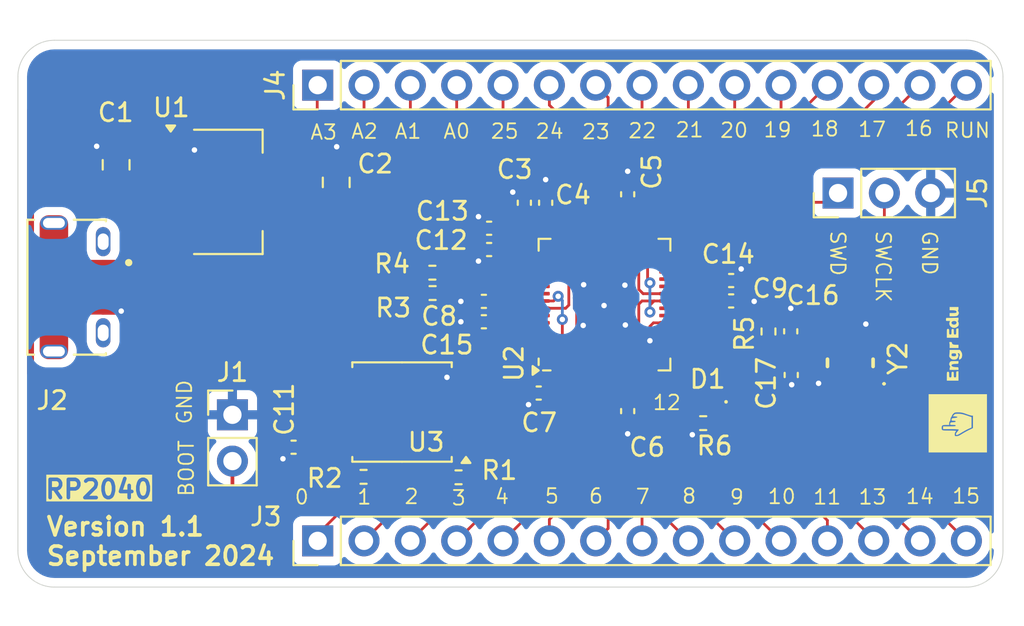
<source format=kicad_pcb>
(kicad_pcb (version 20240108) (generator "pcbnew") (generator_version "8.0")
  (layers (0 "F.Cu" signal) (31 "B.Cu" power) (34 "B.Paste" user) (35 "F.Paste" user) (36 "B.SilkS" user "B.Silkscreen") (37 "F.SilkS" user "F.Silkscreen") (38 "B.Mask" user) (39 "F.Mask" user) (44 "Edge.Cuts" user))
  (net 0 "")
  (net 1 "GND")
  (net 2 "+3.3V")
  (net 3 "+5V")
  (net 4 "/SWCLK")
  (net 5 "/SWD")
  (net 6 "+1V1")
  (net 7 "/USB_D-")
  (net 8 "/USB_D+")
  (net 16 "/QSPI_SS")
  (net 17 "/USB_BOOT")
  (net 18 "/QSPI_SD1")
  (net 19 "/QSPI_CLK")
  (net 20 "/QSPI_SD2")
  (net 21 "/QSPI_SD3")
  (net 22 "/QSPI_SD0")
  (net 23 "/MCU_USB_D+")
  (net 24 "/MCU_USB_D-")
  (net 25 "/XOUT")
  (net 26 "/XIN")
  (net 27 "/RUN")
  (net 28 "/GPIO_16")
  (net 29 "/GPIO_11")
  (net 30 "/GPIO_25")
  (net 31 "/GPIO_ADC2")
  (net 32 "/GPIO_ADC3")
  (net 33 "/GPIO_5")
  (net 34 "/GPIO_17")
  (net 35 "/GPIO_10")
  (net 36 "/GPIO_3")
  (net 37 "/GPIO_7")
  (net 38 "/GPIO_18")
  (net 39 "/GPIO_4")
  (net 40 "/GPIO_23")
  (net 41 "/GPIO_12")
  (net 42 "/GPIO_20")
  (net 43 "/GPIO_22")
  (net 44 "/GPIO_1")
  (net 45 "/GPIO_ADC0")
  (net 46 "/GPIO_8")
  (net 47 "/GPIO_24")
  (net 48 "/GPIO_6")
  (net 49 "/GPIO_0")
  (net 50 "/GPIO_2")
  (net 51 "/GPIO_13")
  (net 52 "/GPIO_14")
  (net 53 "/GPIO_21")
  (net 54 "/GPIO_19")
  (net 55 "/GPIO_ADC1")
  (net 56 "/GPIO_9")
  (net 57 "/GPIO_15")
  (net 58 "Net-(Y2-CRYSTAL_2)")
  (net 59 "Net-(D1-K)")
  (footprint "Capacitor_SMD:C_0402_1005Metric_Pad0.74x0.62mm_HandSolder" (layer "F.Cu") (at 122.9193 69.596)
    (property "Reference" "C9")
    (property "Value" "100nF")
  )
  (footprint "Connector_PinHeader_2.54mm:PinHeader_1x02_P2.54mm_Vertical" (layer "F.Cu") (at 95.5802 75.8444)
    (property "Reference" "J1")
    (property "Value" "Conn_01x02")
  )
  (footprint "Resistor_SMD:R_0402_1005Metric_Pad0.72x0.64mm_HandSolder" (layer "F.Cu") (at 106.553 69.1642 180)
    (property "Reference" "R3")
    (property "Value" "27R")
  )
  (footprint "Resistor_SMD:R_0402_1005Metric_Pad0.72x0.64mm_HandSolder" (layer "F.Cu") (at 102.7684 79.248)
    (property "Reference" "R2")
    (property "Value" "DNP")
  )
  (footprint "LED_SMD:LED_0402_1005Metric_Pad0.77x0.64mm_HandSolder" (layer "F.Cu") (at 121.3745 75.1332 180)
    (property "Reference" "D1")
    (property "Value" "LED")
  )
  (footprint "Resistor_SMD:R_0402_1005Metric_Pad0.72x0.64mm_HandSolder" (layer "F.Cu") (at 124.9654 71.2724 -90)
    (property "Reference" "R5")
    (property "Value" "1k")
  )
  (footprint "Crytal_ABM8-272-T3:Crytal_ABM8-272-T3" (layer "F.Cu") (at 129.4498 72.9926 90)
    (property "Reference" "Y2")
    (property "Value" "ABM8-272-T3" (hide yes))
  )
  (footprint "Capacitor_SMD:C_0402_1005Metric_Pad0.74x0.62mm_HandSolder" (layer "F.Cu") (at 109.6518 65.6082 180)
    (property "Reference" "C13")
    (property "Value" "1uF")
  )
  (footprint "Capacitor_SMD:C_0402_1005Metric_Pad0.74x0.62mm_HandSolder" (layer "F.Cu") (at 109.6518 66.7766)
    (property "Reference" "C12")
    (property "Value" "1uF")
  )
  (footprint "LOGO" (layer "F.Cu") (at 135.4328 73.152 90)
    (property "Reference" "G***" (hide yes))
    (property "Value" "LOGO" (hide yes))
  )
  (footprint "Resistor_SMD:R_0402_1005Metric_Pad0.72x0.64mm_HandSolder" (layer "F.Cu") (at 107.9754 79.2734 180)
    (property "Reference" "R1")
    (property "Value" "1k")
  )
  (footprint "USB_B_Micro_Amphenol:USB_B_Micro_Amphenol" (layer "F.Cu") (at 85.7936 68.8448 -90)
    (property "Reference" "J2")
    (property "Value" "USB_Micro")
  )
  (footprint "Capacitor_SMD:C_0402_1005Metric_Pad0.74x0.62mm_HandSolder" (layer "F.Cu") (at 117.2464 75.6412 -90)
    (property "Reference" "C6")
    (property "Value" "100nF")
  )
  (footprint "Capacitor_SMD:C_0402_1005Metric_Pad0.74x0.62mm_HandSolder" (layer "F.Cu") (at 117.2464 63.7453 90)
    (property "Reference" "C5")
    (property "Value" "100nF")
  )
  (footprint "Capacitor_SMD:C_0805_2012Metric_Pad1.18x1.45mm_HandSolder" (layer "F.Cu") (at 89.2048 62.1284 90)
    (property "Reference" "C1")
    (property "Value" "10uF")
  )
  (footprint "Connector_PinHeader_2.54mm:PinHeader_1x15_P2.54mm_Vertical" (layer "F.Cu") (at 100.2538 82.7596 90)
    (property "Reference" "J3")
    (property "Value" "Conn_01x15")
  )
  (footprint "Resistor_SMD:R_0402_1005Metric_Pad0.72x0.64mm_HandSolder" (layer "F.Cu") (at 121.3866 76.3016)
    (property "Reference" "R6")
    (property "Value" "1k")
  )
  (footprint "Resistor_SMD:R_0402_1005Metric_Pad0.72x0.64mm_HandSolder" (layer "F.Cu") (at 106.5404 68.0466 180)
    (property "Reference" "R4")
    (property "Value" "27R")
  )
  (footprint "Capacitor_SMD:C_0402_1005Metric_Pad0.74x0.62mm_HandSolder" (layer "F.Cu") (at 122.9193 68.4784)
    (property "Reference" "C14")
    (property "Value" "100nF")
  )
  (footprint "Capacitor_SMD:C_0402_1005Metric_Pad0.74x0.62mm_HandSolder" (layer "F.Cu") (at 111.5822 64.2112 90)
    (property "Reference" "C3")
    (property "Value" "100nF")
  )
  (footprint "Package_SO:SOIC-8_5.23x5.23mm_P1.27mm" (layer "F.Cu") (at 104.8766 75.692 180)
    (property "Reference" "U3")
    (property "Value" "W25Q128JVS")
  )
  (footprint "Capacitor_SMD:C_0402_1005Metric_Pad0.74x0.62mm_HandSolder" (layer "F.Cu") (at 98.933 77.6224 180)
    (property "Reference" "C11")
    (property "Value" "100nF")
  )
  (footprint "Package_TO_SOT_SMD:SOT-223-3_TabPin2" (layer "F.Cu") (at 95.3262 63.6137)
    (property "Reference" "U1")
    (property "Value" "NCP1117-3.3_SOT223")
  )
  (footprint "Capacitor_SMD:C_0402_1005Metric_Pad0.74x0.62mm_HandSolder" (layer "F.Cu") (at 126.2126 73.66 90)
    (property "Reference" "C17")
    (property "Value" "10pF")
  )
  (footprint "Capacitor_SMD:C_0805_2012Metric_Pad1.18x1.45mm_HandSolder" (layer "F.Cu") (at 101.2698 63.0936 90)
    (property "Reference" "C2")
    (property "Value" "10uF")
  )
  (footprint "Capacitor_SMD:C_0402_1005Metric_Pad0.74x0.62mm_HandSolder" (layer "F.Cu") (at 112.7506 64.2112 90)
    (property "Reference" "C4")
    (property "Value" "100nF")
  )
  (footprint "Capacitor_SMD:C_0402_1005Metric_Pad0.74x0.62mm_HandSolder" (layer "F.Cu") (at 109.3637 69.6214 180)
    (property "Reference" "C8")
    (property "Value" "100nF")
  )
  (footprint "Connector_PinHeader_2.54mm:PinHeader_1x03_P2.54mm_Vertical" (layer "F.Cu") (at 128.778 63.6778 90)
    (property "Reference" "J5")
    (property "Value" "SLink_Conn")
  )
  (footprint "Capacitor_SMD:C_0402_1005Metric_Pad0.74x0.62mm_HandSolder" (layer "F.Cu") (at 112.3696 74.6506 180)
    (property "Reference" "C7")
    (property "Value" "100nF")
  )
  (footprint "Package_DFN_QFN:QFN-56-1EP_7x7mm_P0.4mm_EP3.2x3.2mm" (layer "F.Cu") (at 115.9764 69.7992 90)
    (property "Reference" "U2")
    (property "Value" "RP2040")
  )
  (footprint "Capacitor_SMD:C_0402_1005Metric_Pad0.74x0.62mm_HandSolder" (layer "F.Cu") (at 126.1846 71.2637 -90)
    (property "Reference" "C16")
    (property "Value" "10pF")
  )
  (footprint "Connector_PinHeader_2.54mm:PinHeader_1x15_P2.54mm_Vertical" (layer "F.Cu") (at 100.2538 57.7596 90)
    (property "Reference" "J4")
    (property "Value" "Conn_01x15")
  )
  (footprint "Capacitor_SMD:C_0402_1005Metric_Pad0.74x0.62mm_HandSolder" (layer "F.Cu") (at 109.3637 70.739 180)
    (property "Reference" "C15")
    (property "Value" "100nF")
  )
  (gr_arc (start 135.82 55.2958) (mid 137.234214 55.881586) (end 137.82 57.2958) (stroke (width 0.05)) (layer "Edge.Cuts"))
  (gr_line (start 137.82 57.2958) (end 137.82 83.2958) (stroke (width 0.05)) (layer "Edge.Cuts"))
  (gr_arc (start 83.82 57.2958) (mid 84.405786 55.881586) (end 85.82 55.2958) (stroke (width 0.05)) (layer "Edge.Cuts"))
  (gr_line (start 135.82 85.2958) (end 85.82 85.2958) (stroke (width 0.05)) (layer "Edge.Cuts"))
  (gr_arc (start 85.82 85.2958) (mid 84.405786 84.710014) (end 83.82 83.2958) (stroke (width 0.05)) (layer "Edge.Cuts"))
  (gr_line (start 83.82 83.2958) (end 83.82 57.2958) (stroke (width 0.05)) (layer "Edge.Cuts"))
  (gr_arc (start 137.82 83.2958) (mid 137.234214 84.710014) (end 135.82 85.2958) (stroke (width 0.05)) (layer "Edge.Cuts"))
  (gr_line (start 85.82 55.2958) (end 135.82 55.2958) (stroke (width 0.05)) (layer "Edge.Cuts"))
  (gr_text "10" (at 124.8664 80.7974 0) (layer "F.SilkS") (effects (font (size 0.8 0.8) (thickness 0.1)) (justify left bottom)))
  (gr_text "25" (at 109.6772 60.7568 0) (layer "F.SilkS") (effects (font (size 0.8 0.8) (thickness 0.1)) (justify left bottom)))
  (gr_text "GND\n" (at 133.3246 65.6844 -90) (layer "F.SilkS") (effects (font (size 0.8 0.8) (thickness 0.1)) (justify left bottom)))
  (gr_text "11" (at 127.3556 80.8228 0) (layer "F.SilkS") (effects (font (size 0.8 0.8) (thickness 0.1)) (justify left bottom)))
  (gr_text "RUN" (at 134.5692 60.706 0) (layer "F.SilkS") (effects (font (size 0.8 0.8) (thickness 0.1)) (justify left bottom)))
  (gr_text "A3" (at 99.7966 60.8076 0) (layer "F.SilkS") (effects (font (size 0.8 0.8) (thickness 0.1)) (justify left bottom)))
  (gr_text "20" (at 122.2502 60.706 0) (layer "F.SilkS") (effects (font (size 0.8 0.8) (thickness 0.1)) (justify left bottom)))
  (gr_text "0" (at 98.933 80.8228 0) (layer "F.SilkS") (effects (font (size 0.8 0.8) (thickness 0.1)) (justify left bottom)))
  (gr_text "RP2040" (at 85.217 80.518 0) (layer "F.SilkS" knockout) (effects (font (size 1 1) (thickness 0.2) (bold yes)) (justify left bottom)))
  (gr_text "14" (at 132.4356 80.7974 0) (layer "F.SilkS") (effects (font (size 0.8 0.8) (thickness 0.1)) (justify left bottom)))
  (gr_text "GND" (at 93.4212 76.4286 90) (layer "F.SilkS") (effects (font (size 0.8 0.8) (thickness 0.1)) (justify left bottom)))
  (gr_text "18" (at 127.2286 60.6298 0) (layer "F.SilkS") (effects (font (size 0.8 0.8) (thickness 0.1)) (justify left bottom)))
  (gr_text "2" (at 104.9528 80.7974 0) (layer "F.SilkS") (effects (font (size 0.8 0.8) (thickness 0.1)) (justify left bottom)))
  (gr_text "23" (at 114.681 60.7822 0) (layer "F.SilkS") (effects (font (size 0.8 0.8) (thickness 0.1)) (justify left bottom)))
  (gr_text "A2" (at 102.0318 60.7568 0) (layer "F.SilkS") (effects (font (size 0.8 0.8) (thickness 0.1)) (justify left bottom)))
  (gr_text "SWCLK\n" (at 130.7846 65.6844 -90) (layer "F.SilkS") (effects (font (size 0.8 0.8) (thickness 0.1)) (justify left bottom)))
  (gr_text "13" (at 129.8448 80.8228 0) (layer "F.SilkS") (effects (font (size 0.8 0.8) (thickness 0.1)) (justify left bottom)))
  (gr_text "4" (at 109.9058 80.7974 0) (layer "F.SilkS") (effects (font (size 0.8 0.8) (thickness 0.1)) (justify left bottom)))
  (gr_text "19" (at 124.6378 60.6806 0) (layer "F.SilkS") (effects (font (size 0.8 0.8) (thickness 0.1)) (justify left bottom)))
  (gr_text "A0" (at 107.0864 60.7568 0) (layer "F.SilkS") (effects (font (size 0.8 0.8) (thickness 0.1)) (justify left bottom)))
  (gr_text "16" (at 132.3848 60.6044 0) (layer "F.SilkS") (effects (font (size 0.8 0.8) (thickness 0.1)) (justify left bottom)))
  (gr_text "8" (at 120.1674 80.772 0) (layer "F.SilkS") (effects (font (size 0.8 0.8) (thickness 0.1)) (justify left bottom)))
  (gr_text "9" (at 122.7836 80.8228 0) (layer "F.SilkS") (effects (font (size 0.8 0.8) (thickness 0.1)) (justify left bottom)))
  (gr_text "5" (at 112.649 80.772 0) (layer "F.SilkS") (effects (font (size 0.8 0.8) (thickness 0.1)) (justify left bottom)))
  (gr_text "15" (at 134.9756 80.772 0) (layer "F.SilkS") (effects (font (size 0.8 0.8) (thickness 0.1)) (justify left bottom)))
  (gr_text "BOOT" (at 93.5228 80.391 90) (layer "F.SilkS") (effects (font (size 0.8 0.8) (thickness 0.1)) (justify left bottom)))
  (gr_text "7" (at 117.6274 80.7974 0) (layer "F.SilkS") (effects (font (size 0.8 0.8) (thickness 0.1)) (justify left bottom)))
  (gr_text "3" (at 107.5436 80.8736 0) (layer "F.SilkS") (effects (font (size 0.8 0.8) (thickness 0.1)) (justify left bottom)))
  (gr_text "17" (at 129.8194 60.6552 0) (layer "F.SilkS") (effects (font (size 0.8 0.8) (thickness 0.1)) (justify left bottom)))
  (gr_text "6" (at 115.062 80.772 0) (layer "F.SilkS") (effects (font (size 0.8 0.8) (thickness 0.1)) (justify left bottom)))
  (gr_text "SWD" (at 128.2954 65.6844 -90) (layer "F.SilkS") (effects (font (size 0.8 0.8) (thickness 0.1)) (justify left bottom)))
  (gr_text "12" (at 118.5672 75.6412 0) (layer "F.SilkS") (effects (font (size 0.8 0.8) (thickness 0.1)) (justify left bottom)))
  (gr_text "22" (at 117.221 60.7314 0) (layer "F.SilkS") (effects (font (size 0.8 0.8) (thickness 0.1)) (justify left bottom)))
  (gr_text "24\n" (at 112.141 60.7568 0) (layer "F.SilkS") (effects (font (size 0.8 0.8) (thickness 0.1)) (justify left bottom)))
  (gr_text "21" (at 119.8118 60.6806 0) (layer "F.SilkS") (effects (font (size 0.8 0.8) (thickness 0.1)) (justify left bottom)))
  (gr_text "A1" (at 104.4194 60.7568 0) (layer "F.SilkS") (effects (font (size 0.8 0.8) (thickness 0.1)) (justify left bottom)))
  (gr_text "Version 1.1\nSeptember 2024" (at 85.2932 84.1756 0) (layer "F.SilkS") (effects (font (size 1 1) (thickness 0.2) (bold yes)) (justify left bottom)))
  (gr_text "1" (at 102.362 80.8228 0) (layer "F.SilkS") (effects (font (size 0.8 0.8) (thickness 0.1)) (justify left bottom)))
  (segment (start 127.7112 74.1172) (end 128.5494 74.1172) (width 0.381) (layer "F.Cu") (net 1))
  (segment (start 108.7962 69.6214) (end 108.1024 69.6214) (width 0.381) (layer "F.Cu") (net 1))
  (segment (start 111.3195 63.6437) (end 111.3028 63.627) (width 0.381) (layer "F.Cu") (net 1))
  (segment (start 111.8021 75.2769) (end 111.8108 75.2856) (width 0.381) (layer "F.Cu") (net 1))
  (segment (start 111.3028 63.627) (end 110.9472 63.627) (width 0.381) (layer "F.Cu") (net 1))
  (segment (start 101.2952 62.0307) (end 101.2698 62.0561) (width 0.381) (layer "F.Cu") (net 1))
  (segment (start 128.5494 74.1172) (end 128.5748 74.1426) (width 0.381) (layer "F.Cu") (net 1))
  (segment (start 109.0843 64.9899) (end 109.0843 65.6082) (width 0.381) (layer "F.Cu") (net 1))
  (segment (start 108.4766 73.787) (end 107.3404 73.787) (width 0.381) (layer "F.Cu") (net 1))
  (segment (start 123.4868 68.4784) (end 123.4868 67.8608) (width 0.381) (layer "F.Cu") (net 1))
  (segment (start 120.7891 76.3016) (end 120.7891 76.9354) (width 0.381) (layer "F.Cu") (net 1))
  (segment (start 108.7962 70.739) (end 108.1024 70.739) (width 0.381) (layer "F.Cu") (net 1))
  (segment (start 126.1872 70.0024) (end 126.1872 70.6936) (width 0.381) (layer "F.Cu") (net 1))
  (segment (start 124.1806 69.6214) (end 123.5122 69.6214) (width 0.381) (layer "F.Cu") (net 1))
  (segment (start 112.7506 62.9412) (end 112.7506 63.6437) (width 0.381) (layer "F.Cu") (net 1))
  (segment (start 120.7891 76.9354) (end 120.7903 76.9366) (width 0.381) (layer "F.Cu") (net 1))
  (segment (start 98.3655 77.6224) (end 98.3655 78.2407) (width 0.381) (layer "F.Cu") (net 1))
  (segment (start 111.5822 63.6437) (end 111.3195 63.6437) (width 0.381) (layer "F.Cu") (net 1))
  (segment (start 130.302 70.866) (end 130.3248 70.8888) (width 0.381) (layer "F.Cu") (net 1))
  (segment (start 117.2464 76.2087) (end 117.2464 76.8858) (width 0.381) (layer "F.Cu") (net 1))
  (segment (start 109.0843 67.3949) (end 109.0676 67.4116) (width 0.381) (layer "F.Cu") (net 1))
  (segment (start 92.1781 61.3156) (end 92.1762 61.3137) (width 0.381) (layer "F.Cu") (net 1))
  (segment (start 118.4656 70.993) (end 118.4656 71.7804) (width 0.1524) (layer "F.Cu") (net 1))
  (segment (start 123.5122 69.6214) (end 123.4868 69.596) (width 0.381) (layer "F.Cu") (net 1))
  (segment (start 123.4868 67.8608) (end 123.4694 67.8434) (width 0.381) (layer "F.Cu") (net 1))
  (segment (start 118.6594 70.7992) (end 118.4656 70.993) (width 0.1524) (layer "F.Cu") (net 1))
  (segment (start 88.4786 70.1548) (end 88.4686 70.1448) (width 0.381) (layer "F.Cu") (net 1))
  (segment (start 98.3655 78.2407) (end 98.3488 78.2574) (width 0.381) (layer "F.Cu") (net 1))
  (segment (start 89.2048 61.0909) (end 88.1595 61.0909) (width 0.381) (layer "F.Cu") (net 1))
  (segment (start 93.4974 61.3156) (end 92.1781 61.3156) (width 0.381) (layer "F.Cu") (net 1))
  (segment (start 89.4842 70.1548) (end 88.4786 70.1548) (width 0.381) (layer "F.Cu") (net 1))
  (segment (start 109.0843 66.7766) (end 109.0843 67.3949) (width 0.381) (layer "F.Cu") (net 1))
  (segment (start 119.4139 70.7992) (end 118.6594 70.7992) (width 0.1524) (layer "F.Cu") (net 1))
  (segment (start 101.2952 61.1378) (end 101.2952 62.0307) (width 0.381) (layer "F.Cu") (net 1))
  (segment (start 126.1872 70.6936) (end 126.1846 70.6962) (width 0.381) (layer "F.Cu") (net 1))
  (segment (start 117.2464 62.484) (end 117.2464 63.1778) (width 0.381) (layer "F.Cu") (net 1))
  (segment (start 130.3248 70.8888) (end 130.3248 71.8426) (width 0.381) (layer "F.Cu") (net 1))
  (segment (start 111.8021 74.6506) (end 111.8021 75.2769) (width 0.381) (layer "F.Cu") (net 1))
  (segment (start 88.1595 61.0909) (end 88.138 61.1124) (width 0.381) (layer "F.Cu") (net 1))
  (segment (start 109.0676 64.9732) (end 109.0843 64.9899) (width 0.381) (layer "F.Cu") (net 1))
  (via (at 108.1024 69.6214) (size 0.6) (drill 0.3) (layers "F.Cu" "B.Cu") (net 1))
  (via (at 115.951 69.85) (size 0.6) (drill 0.3) (layers "F.Cu" "B.Cu") (net 1))
  (via (at 88.138 61.1124) (size 0.6) (drill 0.3) (layers "F.Cu" "B.Cu") (net 1))
  (via (at 109.0676 64.9732) (size 0.6) (drill 0.3) (layers "F.Cu" "B.Cu") (net 1))
  (via (at 126.1872 70.0024) (size 0.6) (drill 0.3) (layers "F.Cu" "B.Cu") (net 1))
  (via (at 117.2464 62.484) (size 0.6) (drill 0.3) (layers "F.Cu" "B.Cu") (net 1))
  (via (at 126.238 74.1934) (size 0.6) (drill 0.3) (layers "F.Cu" "B.Cu") (net 1))
  (via (at 123.4694 67.8434) (size 0.6) (drill 0.3) (layers "F.Cu" "B.Cu") (net 1))
  (via (at 114.8334 68.707) (size 0.6) (drill 0.3) (layers "F.Cu" "B.Cu") (net 1))
  (via (at 127.7112 74.1172) (size 0.6) (drill 0.3) (layers "F.Cu" "B.Cu") (net 1))
  (via (at 107.3404 73.787) (size 0.6) (drill 0.3) (layers "F.Cu" "B.Cu") (net 1))
  (via (at 93.4974 61.3156) (size 0.6) (drill 0.3) (layers "F.Cu" "B.Cu") (net 1))
  (via (at 120.7903 76.9366) (size 0.6) (drill 0.3) (layers "F.Cu" "B.Cu") (net 1))
  (via (at 118.4656 71.7804) (size 0.6) (drill 0.3) (layers "F.Cu" "B.Cu") (net 1))
  (via (at 117.094 68.7324) (size 0.6) (drill 0.3) (layers "F.Cu" "B.Cu") (net 1))
  (via (at 117.2464 76.8858) (size 0.6) (drill 0.3) (layers "F.Cu" "B.Cu") (net 1))
  (via (at 117.1194 70.9168) (size 0.6) (drill 0.3) (layers "F.Cu" "B.Cu") (net 1))
  (via (at 101.2952 61.1378) (size 0.6) (drill 0.3) (layers "F.Cu" "B.Cu") (net 1))
  (via (at 112.7506 62.9412) (size 0.6) (drill 0.3) (layers "F.Cu" "B.Cu") (net 1))
  (via (at 110.9472 63.627) (size 0.6) (drill 0.3) (layers "F.Cu" "B.Cu") (net 1))
  (via (at 98.3488 78.2574) (size 0.6) (drill 0.3) (layers "F.Cu" "B.Cu") (net 1))
  (via (at 130.302 70.866) (size 0.6) (drill 0.3) (layers "F.Cu" "B.Cu") (net 1))
  (via (at 124.1806 69.6214) (size 0.6) (drill 0.3) (layers "F.Cu" "B.Cu") (net 1))
  (via (at 109.0676 67.4116) (size 0.6) (drill 0.3) (layers "F.Cu" "B.Cu") (net 1))
  (via (at 89.4842 70.1548) (size 0.6) (drill 0.3) (layers "F.Cu" "B.Cu") (net 1))
  (via (at 114.808 70.9422) (size 0.6) (drill 0.3) (layers "F.Cu" "B.Cu") (net 1))
  (via (at 111.8108 75.2856) (size 0.6) (drill 0.3) (layers "F.Cu" "B.Cu") (net 1))
  (via (at 108.1024 70.739) (size 0.6) (drill 0.3) (layers "F.Cu" "B.Cu") (net 1))
  (segment (start 99.4664 76.7588) (end 99.4664 77.5883) (width 0.381) (layer "F.Cu") (net 2))
  (segment (start 113.2424 67.1992) (end 116.8746 67.1992) (width 0.1524) (layer "F.Cu") (net 2))
  (segment (start 118.3386 67.437) (end 118.3386 68.4784) (width 0.1524) (layer "F.Cu") (net 2))
  (segment (start 112.9371 74.0831) (end 112.9371 74.6506) (width 0.1524) (layer "F.Cu") (net 2))
  (segment (start 113.3764 73.6438) (end 112.9371 74.0831) (width 0.1524) (layer "F.Cu") (net 2))
  (segment (start 119.4139 69.5992) (end 122.3486 69.5992) (width 0.1524) (layer "F.Cu") (net 2))
  (segment (start 116.8654 72.4154) (end 116.9764 72.5264) (width 0.1524) (layer "F.Cu") (net 2))
  (segment (start 117.2464 64.9986) (end 117.2464 64.3128) (width 0.1524) (layer "F.Cu") (net 2))
  (segment (start 110.9472 65.6082) (end 110.2193 65.6082) (width 0.1524) (layer "F.Cu") (net 2))
  (segment (start 84.5105 73.533) (end 84.8407 73.8632) (width 0.381) (layer "F.Cu") (net 2))
  (segment (start 112.5389 67.1992) (end 112.5389 67.5992) (width 0.1524) (layer "F.Cu") (net 2))
  (segment (start 116.9764 67.0974) (end 116.9764 66.3617) (width 0.1524) (layer "F.Cu") (net 2))
  (segment (start 116.9764 66.3617) (end 116.9764 65.2686) (width 0.1524) (layer "F.Cu") (net 2))
  (segment (start 113.3764 67.0652) (end 113.3764 66.3617) (width 0.1524) (layer "F.Cu") (net 2))
  (segment (start 95.758 63.6137) (end 95.3516 63.2073) (width 0.381) (layer "F.Cu") (net 2))
  (segment (start 94.3356 58.0136) (end 85.6488 58.0136) (width 0.381) (layer "F.Cu") (net 2))
  (segment (start 116.9764 72.5264) (end 116.9764 73.2367) (width 0.1524) (layer "F.Cu") (net 2))
  (segment (start 111.8524 67.1992) (end 111.5822 66.929) (width 0.1524) (layer "F.Cu") (net 2))
  (segment (start 113.665 70.612) (end 113.665 72.2884) (width 0.1524) (layer "F.Cu") (net 2))
  (segment (start 116.8746 67.1992) (end 116.9764 67.0974) (width 0.1524) (layer "F.Cu") (net 2))
  (segment (start 93.218 72.2376) (end 97.6122 72.2376) (width 0.381) (layer "F.Cu") (net 2))
  (segment (start 85.6488 58.0136) (end 84.5105 59.1519) (width 0.381) (layer "F.Cu") (net 2))
  (segment (start 118.1008 67.1992) (end 118.3386 67.437) (width 0.1524) (layer "F.Cu") (net 2))
  (segment (start 117.856 72.1614) (end 117.602 72.4154) (width 0.1524) (layer "F.Cu") (net 2))
  (segment (start 113.665 72.2884) (end 113.538 72.4154) (width 0.1524) (layer "F.Cu") (net 2))
  (segment (start 111.5822 66.929) (end 111.5822 64.7787) (width 0.1524) (layer "F.Cu") (net 2))
  (segment (start 111.2266 65.8876) (end 110.9472 65.6082) (width 0.1524) (layer "F.Cu") (net 2))
  (segment (start 84.8407 73.8632) (end 91.5924 73.8632) (width 0.381) (layer "F.Cu") (net 2))
  (segment (start 109.7495 64.1311) (end 110.2106 64.5922) (width 0.381) (layer "F.Cu") (net 2))
  (segment (start 112.5389 69.1992) (end 112.5389 69.5992) (width 0.1524) (layer "F.Cu") (net 2))
  (segment (start 113.3764 73.2367) (end 113.3764 73.6438) (width 0.1524) (layer "F.Cu") (net 2))
  (segment (start 102.1963 78.1171) (end 102.1963 79.2226) (width 0.2032) (layer "F.Cu") (net 2))
  (segment (start 112.8945 66.3617) (end 113.3748 66.3617) (width 0.2032) (layer "F.Cu") (net 2))
  (segment (start 113.3764 72.577) (end 113.538 72.4154) (width 0.1524) (layer "F.Cu") (net 2))
  (segment (start 98.4504 75.7428) (end 99.4664 76.7588) (width 0.381) (layer "F.Cu") (net 2))
  (segment (start 112.7506 66.2178) (end 112.8945 66.3617) (width 0.2032) (layer "F.Cu") (net 2))
  (segment (start 119.4139 69.5992) (end 118.6942 69.5992) (width 0.1524) (layer "F.Cu") (net 2))
  (segment (start 110.2106 65.5995) (end 110.2193 65.6082) (width 0.381) (layer "F.Cu") (net 2))
  (segment (start 117.2464 75.0737) (end 117.2464 74.5236) (width 0.1524) (layer "F.Cu") (net 2))
  (segment (start 111.2266 67.0814) (end 111.2266 65.8876) (width 0.1524) (layer "F.Cu") (net 2))
  (segment (start 117.856 69.7738) (end 117.856 72.1614) (width 0.1524) (layer "F.Cu") (net 2))
  (segment (start 112.7506 64.7787) (end 112.7506 66.2178) (width 0.2032) (layer "F.Cu") (net 2))
  (segment (start 118.3386 68.4784) (end 118.4656 68.6054) (width 0.1524) (layer "F.Cu") (net 2))
  (segment (start 101.2766 77.597) (end 101.6762 77.597) (width 0.2032) (layer "F.Cu") (net 2))
  (segment (start 101.2698 64.1311) (end 98.9936 64.1311) (width 0.381) (layer "F.Cu") (net 2))
  (segment (start 101.2698 64.1311) (end 109.7495 64.1311) (width 0.381) (layer "F.Cu") (net 2))
  (segment (start 112.5389 67.1992) (end 113.2424 67.1992) (width 0.1524) (layer "F.Cu") (net 2))
  (segment (start 102.1963 79.2226) (end 102.1709 79.248) (width 0.2032) (layer "F.Cu") (net 2))
  (segment (start 116.8746 67.1992) (end 118.1008 67.1992) (width 0.1524) (layer "F.Cu") (net 2))
  (segment (start 84.5105 59.1519) (end 84.5105 73.533) (width 0.381) (layer "F.Cu") (net 2))
  (segment (start 99.5259 77.597) (end 99.5005 77.6224) (width 0.2032) (layer "F.Cu") (net 2))
  (segment (start 98.9936 64.1311) (end 98.4762 63.6137) (width 0.381) (layer "F.Cu") (net 2))
  (segment (start 118.4656 70.2056) (end 118.4656 69.8278) (width 0.1524) (layer "F.Cu") (net 2))
  (segment (start 113.2424 67.1992) (end 113.3764 67.0652) (width 0.1524) (layer "F.Cu") (net 2))
  (segment (start 110.2106 64.5922) (end 110.2106 65.5995) (width 0.381) (layer "F.Cu") (net 2))
  (segment (start 112.5389 69.5992) (end 109.9534 69.5992) (width 0.1524) (layer "F.Cu") (net 2))
  (segment (start 92.1762 63.6137) (end 98.4762 63.6137) (width 0.381) (layer "F.Cu") (net 2))
  (segment (start 116.9764 74.2536) (end 116.9764 73.2367) (width 0.1524) (layer "F.Cu") (net 2))
  (segment (start 112.5389 67.5992) (end 111.7444 67.5992) (width 0.1524) (layer "F.Cu") (net 2))
  (segment (start 117.2464 74.5236) (end 116.9764 74.2536) (width 0.1524) (layer "F.Cu") (net 2))
  (segment (start 116.9764 65.2686) (end 117.2464 64.9986) (width 0.1524) (layer "F.Cu") (net 2))
  (segment (start 97.6122 72.2376) (end 98.4504 73.0758) (width 0.381) (layer "F.Cu") (net 2))
  (segment (start 99.4664 77.5883) (end 99.5005 77.6224) (width 0.381) (layer "F.Cu") (net 2))
  (segment (start 112.5389 69.5992) (end 113.1792 69.5992) (width 0.1524) (layer "F.Cu") (net 2))
  (segment (start 118.6942 69.5992) (end 118.0306 69.5992) (width 0.1524) (layer "F.Cu") (net 2))
  (segment (start 117.602 72.4154) (end 116.8654 72.4154) (width 0.1524) (layer "F.Cu") (net 2))
  (segment (start 109.9534 69.5992) (end 109.9312 69.6214) (width 0.1524) (layer "F.Cu") (net 2))
  (segment (start 113.538 72.4154) (end 116.8654 72.4154) (width 0.1524) (layer "F.Cu") (net 2))
  (segment (start 95.3516 59.0296) (end 94.3356 58.0136) (width 0.381) (layer "F.Cu") (net 2))
  (segment (start 91.5924 73.8632) (end 93.218 72.2376) (width 0.381) (layer "F.Cu") (net 2))
  (segment (start 101.6762 77.597) (end 102.1963 78.1171) (width 0.2032) (layer "F.Cu") (net 2))
  (segment (start 113.3764 73.2367) (end 113.3764 72.577) (width 0.1524) (layer "F.Cu") (net 2))
  (segment (start 98.4504 73.0758) (end 98.4504 75.7428) (width 0.381) (layer "F.Cu") (net 2))
  (segment (start 112.5389 67.1992) (end 111.8524 67.1992) (width 0.1524) (layer "F.Cu") (net 2))
  (segment (start 122.3486 69.5992) (end 122.3518 69.596) (width 0.1524) (layer "F.Cu") (net 2))
  (segment (start 111.7444 67.5992) (end 111.2266 67.0814) (width 0.1524) (layer "F.Cu") (net 2))
  (segment (start 118.4656 69.8278) (end 118.6942 69.5992) (width 0.1524) (layer "F.Cu") (net 2))
  (segment (start 101.2766 77.597) (end 99.5259 77.597) (width 0.2032) (layer "F.Cu") (net 2))
  (segment (start 95.3516 63.2073) (end 95.3516 59.0296) (width 0.381) (layer "F.Cu") (net 2))
  (segment (start 113.1792 69.5992) (end 113.4364 69.342) (width 0.1524) (layer "F.Cu") (net 2))
  (segment (start 118.0306 69.5992) (end 117.856 69.7738) (width 0.1524) (layer "F.Cu") (net 2))
  (via (at 118.4656 68.6054) (size 0.6) (drill 0.3) (layers "F.Cu" "B.Cu") (net 2))
  (via (at 113.4364 69.342) (size 0.6) (drill 0.3) (layers "F.Cu" "B.Cu") (net 2))
  (via (at 113.665 70.612) (size 0.6) (drill 0.3) (layers "F.Cu" "B.Cu") (net 2))
  (via (at 118.4656 70.2056) (size 0.6) (drill 0.3) (layers "F.Cu" "B.Cu") (net 2))
  (segment (start 113.4364 69.342) (end 113.665 69.5706) (width 0.1524) (layer "B.Cu") (net 2))
  (segment (start 118.4656 68.6054) (end 118.4656 70.2056) (width 0.1524) (layer "B.Cu") (net 2))
  (segment (start 113.665 69.5706) (end 113.665 70.612) (width 0.1524) (layer "B.Cu") (net 2))
  (segment (start 92.1766 67.056) (end 92.1762 67.0556) (width 0.381) (layer "F.Cu") (net 3))
  (segment (start 89.3572 63.3183) (end 89.2048 63.1659) (width 0.381) (layer "F.Cu") (net 3))
  (segment (start 92.1762 65.9137) (end 90.6533 65.9137) (width 0.381) (layer "F.Cu") (net 3))
  (segment (start 92.1762 67.0556) (end 92.1762 65.9137) (width 0.381) (layer "F.Cu") (net 3))
  (segment (start 90.6533 65.9137) (end 89.3572 64.6176) (width 0.381) (layer "F.Cu") (net 3))
  (segment (start 91.6878 67.5448) (end 92.1766 67.056) (width 0.381) (layer "F.Cu") (net 3))
  (segment (start 89.3572 64.6176) (end 89.3572 63.3183) (width 0.381) (layer "F.Cu") (net 3))
  (segment (start 88.4686 67.5448) (end 91.6878 67.5448) (width 0.381) (layer "F.Cu") (net 3))
  (segment (start 121.5644 67.691) (end 121.8438 67.691) (width 0.1524) (layer "F.Cu") (net 4))
  (segment (start 131.318 64.9986) (end 131.318 63.6778) (width 0.1524) (layer "F.Cu") (net 4))
  (segment (start 119.4139 68.7992) (end 120.4562 68.7992) (width 0.1524) (layer "F.Cu") (net 4))
  (segment (start 121.8438 67.691) (end 123.444 66.0908) (width 0.1524) (layer "F.Cu") (net 4))
  (segment (start 130.2258 66.0908) (end 131.318 64.9986) (width 0.1524) (layer "F.Cu") (net 4))
  (segment (start 120.4562 68.7992) (end 121.5644 67.691) (width 0.1524) (layer "F.Cu") (net 4))
  (segment (start 123.444 66.0908) (end 130.2258 66.0908) (width 0.1524) (layer "F.Cu") (net 4))
  (segment (start 119.4139 68.3992) (end 120.2974 68.3992) (width 0.1524) (layer "F.Cu") (net 5))
  (segment (start 120.2974 68.3992) (end 124.5108 64.1858) (width 0.1524) (layer "F.Cu") (net 5))
  (segment (start 128.27 64.1858) (end 128.778 63.6778) (width 0.1524) (layer "F.Cu") (net 5))
  (segment (start 124.5108 64.1858) (end 128.27 64.1858) (width 0.1524) (layer "F.Cu") (net 5))
  (segment (start 118.0942 69.1992) (end 119.4139 69.1992) (width 0.1524) (layer "F.Cu") (net 6))
  (segment (start 114.0206 68.1736) (end 113.8462 67.9992) (width 0.1524) (layer "F.Cu") (net 6))
  (segment (start 120.7674 69.1992) (end 121.4882 68.4784) (width 0.1524) (layer "F.Cu") (net 6))
  (segment (start 110.6678 70.739) (end 109.9312 70.739) (width 0.1524) (layer "F.Cu") (net 6))
  (segment (start 114.2238 67.8688) (end 117.7544 67.8688) (width 0.1524) (layer "F.Cu") (net 6))
  (segment (start 112.5389 69.9992) (end 111.0266 69.9992) (width 0.1524) (layer "F.Cu") (net 6))
  (segment (start 112.5389 67.9992) (end 110.7982 67.9992) (width 0.1524) (layer "F.Cu") (net 6))
  (segment (start 117.7544 67.8688) (end 117.856 67.9704) (width 0.1524) (layer "F.Cu") (net 6))
  (segment (start 110.7694 70.2564) (end 110.7694 70.6374) (width 0.1524) (layer "F.Cu") (net 6))
  (segment (start 117.856 67.9704) (end 117.856 68.961) (width 0.1524) (layer "F.Cu") (net 6))
  (segment (start 113.8462 67.9992) (end 112.5389 67.9992) (width 0.1524) (layer "F.Cu") (net 6))
  (segment (start 112.5389 69.9992) (end 113.846 69.9992) (width 0.1524) (layer "F.Cu") (net 6))
  (segment (start 119.4139 69.1992) (end 120.7674 69.1992) (width 0.1524) (layer "F.Cu") (net 6))
  (segment (start 110.2106 67.4116) (end 110.2193 67.4029) (width 0.1524) (layer "F.Cu") (net 6))
  (segment (start 117.856 68.961) (end 118.0942 69.1992) (width 0.1524) (layer "F.Cu") (net 6))
  (segment (start 111.0266 69.9992) (end 110.7694 70.2564) (width 0.1524) (layer "F.Cu") (net 6))
  (segment (start 114.0206 68.1736) (end 114.0206 68.072) (width 0.1524) (layer "F.Cu") (net 6))
  (segment (start 121.4882 68.4784) (end 122.3518 68.4784) (width 0.1524) (layer "F.Cu") (net 6))
  (segment (start 110.2193 67.4029) (end 110.2193 66.7766) (width 0.1524) (layer "F.Cu") (net 6))
  (segment (start 114.0206 68.072) (end 114.2238 67.8688) (width 0.1524) (layer "F.Cu") (net 6))
  (segment (start 110.7982 67.9992) (end 110.2106 67.4116) (width 0.1524) (layer "F.Cu") (net 6))
  (segment (start 113.846 69.9992) (end 114.0206 69.8246) (width 0.1524) (layer "F.Cu") (net 6))
  (segment (start 110.7694 70.6374) (end 110.6678 70.739) (width 0.1524) (layer "F.Cu") (net 6))
  (segment (start 114.0206 69.8246) (end 114.0206 68.1736) (width 0.1524) (layer "F.Cu") (net 6))
  (segment (start 105.615401 68.374099) (end 105.9429 68.0466) (width 0.2) (layer "F.Cu") (net 7))
  (segment (start 89.581101 68.2948) (end 104.751238 68.2948) (width 0.2) (layer "F.Cu") (net 7))
  (segment (start 104.751238 68.2948) (end 104.830537 68.374099) (width 0.2) (layer "F.Cu") (net 7))
  (segment (start 89.481101 68.1948) (end 89.581101 68.2948) (width 0.2) (layer "F.Cu") (net 7))
  (segment (start 104.830537 68.374099) (end 105.615401 68.374099) (width 0.2) (layer "F.Cu") (net 7))
  (segment (start 88.4686 68.1948) (end 89.481101 68.1948) (width 0.2) (layer "F.Cu") (net 7))
  (segment (start 88.4686 68.8448) (end 89.481101 68.8448) (width 0.2) (layer "F.Cu") (net 8))
  (segment (start 89.581101 68.7448) (end 104.5718 68.7448) (width 0.2) (layer "F.Cu") (net 8))
  (segment (start 105.615401 68.824101) (end 105.9555 69.1642) (width 0.2) (layer "F.Cu") (net 8))
  (segment (start 89.481101 68.8448) (end 89.581101 68.7448) (width 0.2) (layer "F.Cu") (net 8))
  (segment (start 104.651101 68.824101) (end 105.615401 68.824101) (width 0.2) (layer "F.Cu") (net 8))
  (segment (start 104.5718 68.7448) (end 104.651101 68.824101) (width 0.2) (layer "F.Cu") (net 8))
  (segment (start 103.3913 78.4727) (end 103.3913 79.2226) (width 0.2032) (layer "F.Cu") (net 16))
  (segment (start 103.3913 78.4727) (end 104.2162 77.6478) (width 0.2032) (layer "F.Cu") (net 16))
  (segment (start 112.03284 72.3992) (end 110.998 73.43404) (width 0.1524) (layer "F.Cu") (net 16))
  (segment (start 104.2162 77.6478) (end 108.4258 77.6478) (width 0.2032) (layer "F.Cu") (net 16))
  (segment (start 108.5729 77.6933) (end 108.5729 79.2734) (width 0.1524) (layer "F.Cu") (net 16))
  (segment (start 103.3913 79.2226) (end 103.3659 79.248) (width 0.2032) (layer "F.Cu") (net 16))
  (segment (start 108.4258 77.6478) (end 108.4766 77.597) (width 0.2032) (layer "F.Cu") (net 16))
  (segment (start 110.998 77.216) (end 110.617 77.597) (width 0.1524) (layer "F.Cu") (net 16))
  (segment (start 112.5389 72.3992) (end 112.03284 72.3992) (width 0.1524) (layer "F.Cu") (net 16))
  (segment (start 108.4766 77.597) (end 108.5729 77.6933) (width 0.1524) (layer "F.Cu") (net 16))
  (segment (start 110.617 77.597) (end 108.4766 77.597) (width 0.1524) (layer "F.Cu") (net 16))
  (segment (start 110.998 73.43404) (end 110.998 77.216) (width 0.1524) (layer "F.Cu") (net 16))
  (segment (start 106.0196 79.2734) (end 107.3779 79.2734) (width 0.2032) (layer "F.Cu") (net 17))
  (segment (start 95.5802 78.3844) (end 95.5802 79.8068) (width 0.2032) (layer "F.Cu") (net 17))
  (segment (start 96.139 80.3656) (end 104.9274 80.3656) (width 0.2032) (layer "F.Cu") (net 17))
  (segment (start 104.9274 80.3656) (end 106.0196 79.2734) (width 0.2032) (layer "F.Cu") (net 17))
  (segment (start 95.5802 79.8068) (end 96.139 80.3656) (width 0.2032) (layer "F.Cu") (net 17))
  (segment (start 110.5884 73.345272) (end 110.5884 75.8222) (width 0.1524) (layer "F.Cu") (net 18))
  (segment (start 111.934472 71.9992) (end 110.5884 73.345272) (width 0.1524) (layer "F.Cu") (net 18))
  (segment (start 110.109 76.3016) (end 108.502 76.3016) (width 0.1524) (layer "F.Cu") (net 18))
  (segment (start 108.502 76.3016) (end 108.4766 76.327) (width 0.1524) (layer "F.Cu") (net 18))
  (segment (start 110.5884 75.8222) (end 110.109 76.3016) (width 0.1524) (layer "F.Cu") (net 18))
  (segment (start 112.5389 71.9992) (end 111.934472 71.9992) (width 0.1524) (layer "F.Cu") (net 18))
  (segment (start 101.2766 75.057) (end 100.2538 75.057) (width 0.1524) (layer "F.Cu") (net 19))
  (segment (start 100.2538 75.057) (end 100.0252 74.8284) (width 0.1524) (layer "F.Cu") (net 19))
  (segment (start 100.0252 74.8284) (end 100.0252 72.4916) (width 0.1524) (layer "F.Cu") (net 19))
  (segment (start 100.0252 72.4916) (end 100.6602 71.8566) (width 0.1524) (layer "F.Cu") (net 19))
  (segment (start 110.581968 71.8566) (end 111.639368 70.7992) (width 0.1524) (layer "F.Cu") (net 19))
  (segment (start 111.639368 70.7992) (end 112.5389 70.7992) (width 0.1524) (layer "F.Cu") (net 19))
  (segment (start 100.6602 71.8566) (end 110.581968 71.8566) (width 0.1524) (layer "F.Cu") (net 19))
  (segment (start 109.9566 75.057) (end 108.4766 75.057) (width 0.1524) (layer "F.Cu") (net 20))
  (segment (start 110.236 74.7776) (end 109.9566 75.057) (width 0.1524) (layer "F.Cu") (net 20))
  (segment (start 112.5389 71.5992) (end 111.836104 71.5992) (width 0.1524) (layer "F.Cu") (net 20))
  (segment (start 110.236 73.199304) (end 110.236 74.7776) (width 0.1524) (layer "F.Cu") (net 20))
  (segment (start 111.836104 71.5992) (end 110.236 73.199304) (width 0.1524) (layer "F.Cu") (net 20))
  (segment (start 99.6442 72.263) (end 100.4062 71.501) (width 0.1524) (layer "F.Cu") (net 21))
  (segment (start 100.4062 71.501) (end 110.4392 71.501) (width 0.1524) (layer "F.Cu") (net 21))
  (segment (start 100.2284 76.327) (end 99.6442 75.7428) (width 0.1524) (layer "F.Cu") (net 21))
  (segment (start 99.6442 75.7428) (end 99.6442 72.263) (width 0.1524) (layer "F.Cu") (net 21))
  (segment (start 101.2766 76.327) (end 100.2284 76.327) (width 0.1524) (layer "F.Cu") (net 21))
  (segment (start 110.4392 71.501) (end 111.541 70.3992) (width 0.1524) (layer "F.Cu") (net 21))
  (segment (start 111.541 70.3992) (end 112.5389 70.3992) (width 0.1524) (layer "F.Cu") (net 21))
  (segment (start 110.724736 72.2122) (end 103.0732 72.2122) (width 0.1524) (layer "F.Cu") (net 22))
  (segment (start 102.87 72.4154) (end 102.87 73.533) (width 0.1524) (layer "F.Cu") (net 22))
  (segment (start 111.737736 71.1992) (end 110.724736 72.2122) (width 0.1524) (layer "F.Cu") (net 22))
  (segment (start 102.616 73.787) (end 101.2766 73.787) (width 0.1524) (layer "F.Cu") (net 22))
  (segment (start 102.87 73.533) (end 102.616 73.787) (width 0.1524) (layer "F.Cu") (net 22))
  (segment (start 103.0732 72.2122) (end 102.87 72.4154) (width 0.1524) (layer "F.Cu") (net 22))
  (segment (start 112.5389 71.1992) (end 111.737736 71.1992) (width 0.1524) (layer "F.Cu") (net 22))
  (segment (start 107.5018 68.8129) (end 107.1505 69.1642) (width 0.1524) (layer "F.Cu") (net 23))
  (segment (start 108.7394 68.8086) (end 108.7374 68.8066) (width 0.1524) (layer "F.Cu") (net 23))
  (segment (start 111.363 68.7992) (end 111.3536 68.8086) (width 0.1524) (layer "F.Cu") (net 23))
  (segment (start 112.5389 68.7992) (end 111.363 68.7992) (width 0.1524) (layer "F.Cu") (net 23))
  (segment (start 107.9246 68.8066) (end 107.9183 68.8129) (width 0.1524) (layer "F.Cu") (net 23))
  (segment (start 107.9183 68.8129) (end 107.5018 68.8129) (width 0.1524) (layer "F.Cu") (net 23))
  (segment (start 108.7374 68.8066) (end 107.9246 68.8066) (width 0.1524) (layer "F.Cu") (net 23))
  (segment (start 111.3536 68.8086) (end 108.7394 68.8086) (width 0.1524) (layer "F.Cu") (net 23))
  (segment (start 111.3312 68.3992) (end 111.3282 68.4022) (width 0.1524) (layer "F.Cu") (net 24))
  (segment (start 107.77061 68.4042) (end 107.76431 68.4105) (width 0.1524) (layer "F.Cu") (net 24))
  (segment (start 107.76431 68.4105) (end 107.5018 68.4105) (width 0.1524) (layer "F.Cu") (net 24))
  (segment (start 111.3282 68.4022) (end 108.7394 68.4022) (width 0.1524) (layer "F.Cu") (net 24))
  (segment (start 108.7374 68.4042) (end 107.77061 68.4042) (width 0.1524) (layer "F.Cu") (net 24))
  (segment (start 107.5018 68.4105) (end 107.1379 68.0466) (width 0.1524) (layer "F.Cu") (net 24))
  (segment (start 108.7394 68.4022) (end 108.7374 68.4042) (width 0.1524) (layer "F.Cu") (net 24))
  (segment (start 112.5389 68.3992) (end 111.3312 68.3992) (width 0.1524) (layer "F.Cu") (net 24))
  (segment (start 124.8771 70.5866) (end 124.9654 70.6749) (width 0.1524) (layer "F.Cu") (net 25))
  (segment (start 121.0278 69.9992) (end 121.6152 70.5866) (width 0.1524) (layer "F.Cu") (net 25))
  (segment (start 121.6152 70.5866) (end 124.8771 70.5866) (width 0.1524) (layer "F.Cu") (net 25))
  (segment (start 119.4139 69.9992) (end 121.0278 69.9992) (width 0.1524) (layer "F.Cu") (net 25))
  (segment (start 126.2213 73.1012) (end 126.2126 73.0925) (width 0.1524) (layer "F.Cu") (net 26))
  (segment (start 123.2575 73.0925) (end 126.2126 73.0925) (width 0.1524) (layer "F.Cu") (net 26))
  (segment (start 130.3248 74.1426) (end 130.3248 73.505) (width 0.1524) (layer "F.Cu") (net 26))
  (segment (start 120.5642 70.3992) (end 123.2575 73.0925) (width 0.1524) (layer "F.Cu") (net 26))
  (segment (start 119.4139 70.3992) (end 120.5642 70.3992) (width 0.1524) (layer "F.Cu") (net 26))
  (segment (start 129.921 73.1012) (end 126.2213 73.1012) (width 0.1524) (layer "F.Cu") (net 26))
  (segment (start 130.3248 73.505) (end 129.921 73.1012) (width 0.1524) (layer "F.Cu") (net 26))
  (segment (start 125.9078 63.3222) (end 127.4826 61.7474) (width 0.1524) (layer "F.Cu") (net 27))
  (segment (start 124.1044 63.3222) (end 125.9078 63.3222) (width 0.1524) (layer "F.Cu") (net 27))
  (segment (start 120.7008 67.4624) (end 120.7008 66.7258) (width 0.1524) (layer "F.Cu") (net 27))
  (segment (start 133.0706 60.5028) (end 135.8138 57.7596) (width 0.1524) (layer "F.Cu") (net 27))
  (segment (start 132.2578 60.5028) (end 133.0706 60.5028) (width 0.1524) (layer "F.Cu") (net 27))
  (segment (start 119.4139 67.9992) (end 120.164 67.9992) (width 0.1524) (layer "F.Cu") (net 27))
  (segment (start 120.7008 66.7258) (end 124.1044 63.3222) (width 0.1524) (layer "F.Cu") (net 27))
  (segment (start 120.164 67.9992) (end 120.7008 67.4624) (width 0.1524) (layer "F.Cu") (net 27))
  (segment (start 127.4826 61.7474) (end 131.0132 61.7474) (width 0.1524) (layer "F.Cu") (net 27))
  (segment (start 131.0132 61.7474) (end 132.2578 60.5028) (width 0.1524) (layer "F.Cu") (net 27))
  (segment (start 124.333 62.5348) (end 125.7554 62.5348) (width 0.1524) (layer "F.Cu") (net 28))
  (segment (start 125.7554 62.5348) (end 127.3302 60.96) (width 0.1524) (layer "F.Cu") (net 28))
  (segment (start 127.3302 60.96) (end 130.0734 60.96) (width 0.1524) (layer "F.Cu") (net 28))
  (segment (start 120.2436 66.6242) (end 124.333 62.5348) (width 0.1524) (layer "F.Cu") (net 28))
  (segment (start 120.2436 67.3354) (end 120.2436 66.6242) (width 0.1524) (layer "F.Cu") (net 28))
  (segment (start 130.0734 60.96) (end 133.2738 57.7596) (width 0.1524) (layer "F.Cu") (net 28))
  (segment (start 119.4139 67.5992) (end 119.9798 67.5992) (width 0.1524) (layer "F.Cu") (net 28))
  (segment (start 119.9798 67.5992) (end 120.2436 67.3354) (width 0.1524) (layer "F.Cu") (net 28))
  (segment (start 119.2022 76.2254) (end 121.8692 78.8924) (width 0.1524) (layer "F.Cu") (net 29))
  (segment (start 125.4506 78.8924) (end 128.1938 81.6356) (width 0.1524) (layer "F.Cu") (net 29))
  (segment (start 119.2022 75.3872) (end 119.2022 76.2254) (width 0.1524) (layer "F.Cu") (net 29))
  (segment (start 118.9313 73.2367) (end 119.1768 73.4822) (width 0.1524) (layer "F.Cu") (net 29))
  (segment (start 119.1768 73.4822) (end 119.1768 75.3618) (width 0.1524) (layer "F.Cu") (net 29))
  (segment (start 128.1938 81.6356) (end 128.1938 82.7596) (width 0.1524) (layer "F.Cu") (net 29))
  (segment (start 119.1768 75.3618) (end 119.2022 75.3872) (width 0.1524) (layer "F.Cu") (net 29))
  (segment (start 118.5764 73.2367) (end 118.9313 73.2367) (width 0.1524) (layer "F.Cu") (net 29))
  (segment (start 121.8692 78.8924) (end 125.4506 78.8924) (width 0.1524) (layer "F.Cu") (net 29))
  (segment (start 111.2774 60.2488) (end 110.4138 59.3852) (width 0.1524) (layer "F.Cu") (net 30))
  (segment (start 113.6142 60.2488) (end 111.2774 60.2488) (width 0.1524) (layer "F.Cu") (net 30))
  (segment (start 115.3764 62.011) (end 113.6142 60.2488) (width 0.1524) (layer "F.Cu") (net 30))
  (segment (start 115.3764 66.3617) (end 115.3764 62.011) (width 0.1524) (layer "F.Cu") (net 30))
  (segment (start 110.4138 59.3852) (end 110.4138 57.7596) (width 0.1524) (layer "F.Cu") (net 30))
  (segment (start 105.1814 61.7982) (end 102.7938 59.4106) (width 0.1524) (layer "F.Cu") (net 31))
  (segment (start 114.1764 62.6398) (end 113.3348 61.7982) (width 0.1524) (layer "F.Cu") (net 31))
  (segment (start 102.7938 59.4106) (end 102.7938 57.7596) (width 0.1524) (layer "F.Cu") (net 31))
  (segment (start 114.1764 66.3617) (end 114.1764 62.6398) (width 0.1524) (layer "F.Cu") (net 31))
  (segment (start 113.3348 61.7982) (end 105.1814 61.7982) (width 0.1524) (layer "F.Cu") (net 31))
  (segment (start 113.284 62.3062) (end 104.1908 62.3062) (width 0.1524) (layer "F.Cu") (net 32))
  (segment (start 100.2284 59.7154) (end 100.2284 57.785) (width 0.1524) (layer "F.Cu") (net 32))
  (segment (start 113.7764 62.7986) (end 113.284 62.3062) (width 0.1524) (layer "F.Cu") (net 32))
  (segment (start 102.2858 60.4012) (end 100.9142 60.4012) (width 0.1524) (layer "F.Cu") (net 32))
  (segment (start 100.9142 60.4012) (end 100.2284 59.7154) (width 0.1524) (layer "F.Cu") (net 32))
  (segment (start 100.2284 57.785) (end 100.2538 57.7596) (width 0.1524) (layer "F.Cu") (net 32))
  (segment (start 104.1908 62.3062) (end 102.2858 60.4012) (width 0.1524) (layer "F.Cu") (net 32))
  (segment (start 113.7764 66.3617) (end 113.7764 62.7986) (width 0.1524) (layer "F.Cu") (net 32))
  (segment (start 115.7764 78.7622) (end 112.9538 81.5848) (width 0.1524) (layer "F.Cu") (net 33))
  (segment (start 115.7764 73.2367) (end 115.7764 78.7622) (width 0.1524) (layer "F.Cu") (net 33))
  (segment (start 112.9538 81.5848) (end 112.9538 82.7596) (width 0.1524) (layer "F.Cu") (net 33))
  (segment (start 119.4139 67.1992) (end 119.4139 66.4379) (width 0.1524) (layer "F.Cu") (net 34))
  (segment (start 127.254 59.9948) (end 129.3368 59.9948) (width 0.1524) (layer "F.Cu") (net 34))
  (segment (start 124.1298 61.722) (end 125.5268 61.722) (width 0.1524) (layer "F.Cu") (net 34))
  (segment (start 125.5268 61.722) (end 127.254 59.9948) (width 0.1524) (layer "F.Cu") (net 34))
  (segment (start 119.4139 66.4379) (end 124.1298 61.722) (width 0.1524) (layer "F.Cu") (net 34))
  (segment (start 129.3368 59.9948) (end 130.7338 58.5978) (width 0.1524) (layer "F.Cu") (net 34))
  (segment (start 130.7338 58.5978) (end 130.7338 57.7596) (width 0.1524) (layer "F.Cu") (net 34))
  (segment (start 121.3358 80.4672) (end 123.3614 80.4672) (width 0.1524) (layer "F.Cu") (net 35))
  (segment (start 118.6688 74.3458) (end 118.6688 76.3016) (width 0.1524) (layer "F.Cu") (net 35))
  (segment (start 120.4214 79.5528) (end 121.3358 80.4672) (width 0.1524) (layer "F.Cu") (net 35))
  (segment (start 120.4214 78.0542) (end 120.4214 79.5528) (width 0.1524) (layer "F.Cu") (net 35))
  (segment (start 118.1764 73.2367) (end 118.1764 73.8534) (width 0.1524) (layer "F.Cu") (net 35))
  (segment (start 123.3614 80.4672) (end 125.6538 82.7596) (width 0.1524) (layer "F.Cu") (net 35))
  (segment (start 118.6688 76.3016) (end 120.4214 78.0542) (width 0.1524) (layer "F.Cu") (net 35))
  (segment (start 118.1764 73.8534) (end 118.6688 74.3458) (width 0.1524) (layer "F.Cu") (net 35))
  (segment (start 114.9764 77.0476) (end 110.7948 81.2292) (width 0.1524) (layer "F.Cu") (net 36))
  (segment (start 109.4042 81.2292) (end 107.8738 82.7596) (width 0.1524) (layer "F.Cu") (net 36))
  (segment (start 110.7948 81.2292) (end 109.4042 81.2292) (width 0.1524) (layer "F.Cu") (net 36))
  (segment (start 114.9764 73.2367) (end 114.9764 77.0476) (width 0.1524) (layer "F.Cu") (net 36))
  (segment (start 116.5764 73.2367) (end 116.5764 77.3588) (width 0.1524) (layer "F.Cu") (net 37))
  (segment (start 116.5764 77.3588) (end 118.0338 78.8162) (width 0.1524) (layer "F.Cu") (net 37))
  (segment (start 118.0338 78.8162) (end 118.0338 82.7596) (width 0.1524) (layer "F.Cu") (net 37))
  (segment (start 118.9736 65.913) (end 123.825 61.0616) (width 0.1524) (layer "F.Cu") (net 38))
  (segment (start 118.9736 66.1924) (end 118.9736 65.913) (width 0.1524) (layer "F.Cu") (net 38))
  (segment (start 118.8043 66.3617) (end 118.9736 66.1924) (width 0.1524) (layer "F.Cu") (net 38))
  (segment (start 123.825 61.0616) (end 124.8918 61.0616) (width 0.1524) (layer "F.Cu") (net 38))
  (segment (start 124.8918 61.0616) (end 128.1938 57.7596) (width 0.1524) (layer "F.Cu") (net 38))
  (segment (start 118.5764 66.3617) (end 118.8043 66.3617) (width 0.1524) (layer "F.Cu") (net 38))
  (segment (start 115.3764 73.2367) (end 115.3764 77.7906) (width 0.1524) (layer "F.Cu") (net 39))
  (segment (start 115.3764 77.7906) (end 110.4138 82.7532) (width 0.1524) (layer "F.Cu") (net 39))
  (segment (start 110.4138 82.7532) (end 110.4138 82.7596) (width 0.1524) (layer "F.Cu") (net 39))
  (segment (start 116.1764 66.3617) (end 116.1764 58.4422) (width 0.1524) (layer "F.Cu") (net 40))
  (segment (start 116.1764 58.4422) (end 115.4938 57.7596) (width 0.1524) (layer "F.Cu") (net 40))
  (segment (start 119.948 72.3992) (end 120.802 73.2532) (width 0.1524) (layer "F.Cu") (net 41))
  (segment (start 120.802 73.2532) (end 120.802 75.1332) (width 0.1524) (layer "F.Cu") (net 41))
  (segment (start 119.4139 72.3992) (end 119.948 72.3992) (width 0.1524) (layer "F.Cu") (net 41))
  (segment (start 117.7764 65.51) (end 123.1138 60.1726) (width 0.1524) (layer "F.Cu") (net 42))
  (segment (start 123.1138 60.1726) (end 123.1138 57.7596) (width 0.1524) (layer "F.Cu") (net 42))
  (segment (start 117.7764 66.3617) (end 117.7764 65.51) (width 0.1524) (layer "F.Cu") (net 42))
  (segment (start 116.5764 61.3252) (end 118.0338 59.8678) (width 0.1524) (layer "F.Cu") (net 43))
  (segment (start 116.5764 66.3617) (end 116.5764 61.3252) (width 0.1524) (layer "F.Cu") (net 43))
  (segment (start 118.0338 59.8678) (end 118.0338 57.7596) (width 0.1524) (layer "F.Cu") (net 43))
  (segment (start 114.1764 73.2367) (end 114.1764 76.603) (width 0.1524) (layer "F.Cu") (net 44))
  (segment (start 106.7054 80.4672) (end 105.8926 81.28) (width 0.1524) (layer "F.Cu") (net 44))
  (segment (start 114.1764 76.603) (end 110.3122 80.4672) (width 0.1524) (layer "F.Cu") (net 44))
  (segment (start 105.8926 81.28) (end 104.2734 81.28) (width 0.1524) (layer "F.Cu") (net 44))
  (segment (start 104.2734 81.28) (end 102.7938 82.7596) (width 0.1524) (layer "F.Cu") (net 44))
  (segment (start 110.3122 80.4672) (end 106.7054 80.4672) (width 0.1524) (layer "F.Cu") (net 44))
  (segment (start 114.9764 62.2714) (end 113.4872 60.7822) (width 0.1524) (layer "F.Cu") (net 45))
  (segment (start 113.4872 60.7822) (end 109.0168 60.7822) (width 0.1524) (layer "F.Cu") (net 45))
  (segment (start 107.8738 59.6392) (end 107.8738 57.7596) (width 0.1524) (layer "F.Cu") (net 45))
  (segment (start 109.0168 60.7822) (end 107.8738 59.6392) (width 0.1524) (layer "F.Cu") (net 45))
  (segment (start 114.9764 66.3617) (end 114.9764 62.2714) (width 0.1524) (layer "F.Cu") (net 45))
  (segment (start 118.8974 77.6986) (end 118.8974 81.0832) (width 0.1524) (layer "F.Cu") (net 46))
  (segment (start 117.3764 74.0694) (end 117.9322 74.6252) (width 0.1524) (layer "F.Cu") (net 46))
  (segment (start 117.9322 76.7334) (end 118.8974 77.6986) (width 0.1524) (layer "F.Cu") (net 46))
  (segment (start 117.3764 73.2367) (end 117.3764 74.0694) (width 0.1524) (layer "F.Cu") (net 46))
  (segment (start 117.9322 74.6252) (end 117.9322 76.7334) (width 0.1524) (layer "F.Cu") (net 46))
  (segment (start 118.8974 81.0832) (end 120.5738 82.7596) (width 0.1524) (layer "F.Cu") (net 46))
  (segment (start 115.7764 61.6744) (end 112.9538 58.8518) (width 0.1524) (layer "F.Cu") (net 47))
  (segment (start 115.7764 66.3617) (end 115.7764 61.6744) (width 0.1524) (layer "F.Cu") (net 47))
  (segment (start 112.9538 58.8518) (end 112.9538 57.7596) (width 0.1524) (layer "F.Cu") (net 47))
  (segment (start 116.1764 82.077) (end 115.4938 82.7596) (width 0.1524) (layer "F.Cu") (net 48))
  (segment (start 116.1764 73.2367) (end 116.1764 82.077) (width 0.1524) (layer "F.Cu") (net 48))
  (segment (start 113.7764 76.4442) (end 110.1344 80.0862) (width 0.1524) (layer "F.Cu") (net 49))
  (segment (start 113.7764 73.2367) (end 113.7764 76.4442) (width 0.1524) (layer "F.Cu") (net 49))
  (segment (start 100.2538 82.3976) (end 100.2538 82.7596) (width 0.1524) (layer "F.Cu") (net 49))
  (segment (start 106.426 80.0862) (end 105.6132 80.899) (width 0.1524) (layer "F.Cu") (net 49))
  (segment (start 101.7524 80.899) (end 100.2538 82.3976) (width 0.1524) (layer "F.Cu") (net 49))
  (segment (start 110.1344 80.0862) (end 106.426 80.0862) (width 0.1524) (layer "F.Cu") (net 49))
  (segment (start 105.6132 80.899) (end 101.7524 80.899) (width 0.1524) (layer "F.Cu") (net 49))
  (segment (start 114.5764 76.8126) (end 110.5408 80.8482) (width 0.1524) (layer "F.Cu") (net 50))
  (segment (start 114.5764 73.2367) (end 114.5764 76.8126) (width 0.1524) (layer "F.Cu") (net 50))
  (segment (start 110.5408 80.8482) (end 107.2452 80.8482) (width 0.1524) (layer "F.Cu") (net 50))
  (segment (start 107.2452 80.8482) (end 105.3338 82.7596) (width 0.1524) (layer "F.Cu") (net 50))
  (segment (start 119.4139 71.9992) (end 120.056 71.9992) (width 0.1524) (layer "F.Cu") (net 51))
  (segment (start 130.7338 82.677) (end 130.7338 82.7596) (width 0.1524) (layer "F.Cu") (net 51))
  (segment (start 120.056 71.9992) (end 130.7338 82.677) (width 0.1524) (layer "F.Cu") (net 51))
  (segment (start 119.4139 71.5992) (end 120.154369 71.5992) (width 0.1524) (layer "F.Cu") (net 52))
  (segment (start 127.7556 77.2414) (end 133.2738 82.7596) (width 0.1524) (layer "F.Cu") (net 52))
  (segment (start 120.378485 71.823316) (end 120.378485 71.823317) (width 0.1524) (layer "F.Cu") (net 52))
  (segment (start 120.154369 71.5992) (end 120.378485 71.823316) (width 0.1524) (layer "F.Cu") (net 52))
  (segment (start 120.378485 71.823317) (end 125.796568 77.2414) (width 0.1524) (layer "F.Cu") (net 52))
  (segment (start 125.796568 77.2414) (end 127.7556 77.2414) (width 0.1524) (layer "F.Cu") (net 52))
  (segment (start 118.3894 64.389) (end 118.3894 61.5696) (width 0.1524) (layer "F.Cu") (net 53))
  (segment (start 120.5738 59.3852) (end 120.5738 57.7596) (width 0.1524) (layer "F.Cu") (net 53))
  (segment (start 117.3764 66.3617) (end 117.3764 65.402) (width 0.1524) (layer "F.Cu") (net 53))
  (segment (start 117.3764 65.402) (end 118.3894 64.389) (width 0.1524) (layer "F.Cu") (net 53))
  (segment (start 118.3894 61.5696) (end 120.5738 59.3852) (width 0.1524) (layer "F.Cu") (net 53))
  (segment (start 118.4148 65.3796) (end 118.7196 65.3796) (width 0.1524) (layer "F.Cu") (net 54))
  (segment (start 118.7196 65.3796) (end 123.9774 60.1218) (width 0.1524) (layer "F.Cu") (net 54))
  (segment (start 123.9774 60.1218) (end 124.6632 60.1218) (width 0.1524) (layer "F.Cu") (net 54))
  (segment (start 124.6632 60.1218) (end 125.6538 59.1312) (width 0.1524) (layer "F.Cu") (net 54))
  (segment (start 118.1764 66.3617) (end 118.1764 65.618) (width 0.1524) (layer "F.Cu") (net 54))
  (segment (start 118.1764 65.618) (end 118.4148 65.3796) (width 0.1524) (layer "F.Cu") (net 54))
  (segment (start 125.6538 59.1312) (end 125.6538 57.7596) (width 0.1524) (layer "F.Cu") (net 54))
  (segment (start 113.4364 61.341) (end 106.807 61.341) (width 0.1524) (layer "F.Cu") (net 55))
  (segment (start 114.5764 66.3617) (end 114.5764 62.481) (width 0.1524) (layer "F.Cu") (net 55))
  (segment (start 114.5764 62.481) (end 113.4364 61.341) (width 0.1524) (layer "F.Cu") (net 55))
  (segment (start 105.3338 59.8678) (end 105.3338 57.7596) (width 0.1524) (layer "F.Cu") (net 55))
  (segment (start 106.807 61.341) (end 105.3338 59.8678) (width 0.1524) (layer "F.Cu") (net 55))
  (segment (start 118.2878 76.5556) (end 119.634 77.9018) (width 0.1524) (layer "F.Cu") (net 56))
  (segment (start 120.3452 81.153) (end 121.5072 81.153) (width 0.1524) (layer "F.Cu") (net 56))
  (segment (start 117.7764 73.9614) (end 118.2878 74.4728) (width 0.1524) (layer "F.Cu") (net 56))
  (segment (start 118.2878 74.4728) (end 118.2878 76.5556) (width 0.1524) (layer "F.Cu") (net 56))
  (segment (start 121.5072 81.153) (end 123.1138 82.7596) (width 0.1524) (layer "F.Cu") (net 56))
  (segment (start 117.7764 73.2367) (end 117.7764 73.9614) (width 0.1524) (layer "F.Cu") (net 56))
  (segment (start 119.634 77.9018) (end 119.634 80.4418) (width 0.1524) (layer "F.Cu") (net 56))
  (segment (start 119.634 80.4418) (end 120.3452 81.153) (width 0.1524) (layer "F.Cu") (net 56))
  (segment (start 120.5768 71.1992) (end 126.0856 76.708) (width 0.1524) (layer "F.Cu") (net 57))
  (segment (start 129.7622 76.708) (end 135.8138 82.7596) (width 0.1524) (layer "F.Cu") (net 57))
  (segment (start 119.4139 71.1992) (end 120.5768 71.1992) (width 0.1524) (layer "F.Cu") (net 57))
  (segment (start 126.0856 76.708) (end 129.7622 76.708) (width 0.1524) (layer "F.Cu") (net 57))
  (segment (start 128.5748 71.8426) (end 126.196 71.8426) (width 0.1524) (layer "F.Cu") (net 58))
  (segment (start 126.1459 71.8699) (end 126.1846 71.8312) (width 0.1524) (layer "F.Cu") (net 58))
  (segment (start 126.196 71.8426) (end 126.1846 71.8312) (width 0.1524) (layer "F.Cu") (net 58))
  (segment (start 124.9654 71.8699) (end 126.1459 71.8699) (width 0.1524) (layer "F.Cu") (net 58))
  (segment (start 121.947 75.1332) (end 121.947 76.2645) (width 0.1524) (layer "F.Cu") (net 59))
  (segment (start 121.947 76.2645) (end 121.9841 76.3016) (width 0.1524) (layer "F.Cu") (net 59))
  (zone (net 1) (net_name "GND") (layer "B.Cu") (connect_pads (clearance 0.5)) (min_thickness 0.25) (fill yes (thermal_gap 0.5) (thermal_bridge_width 0.5))
    (polygon (pts (xy 135.8646 85.2932) (xy 83.9978 85.2678) (xy 83.82 83.2866) (xy 83.82 55.6514) (xy 84.9884 55.3466) (xy 85.8266 55.2958) (xy 137.4394 55.2958) (xy 137.541 55.8038) (xy 137.8204 57.1246) (xy 137.8204 84.5058) (xy 136.7282 85.217) (xy 136.3218 85.2932)))
  )
)
</source>
